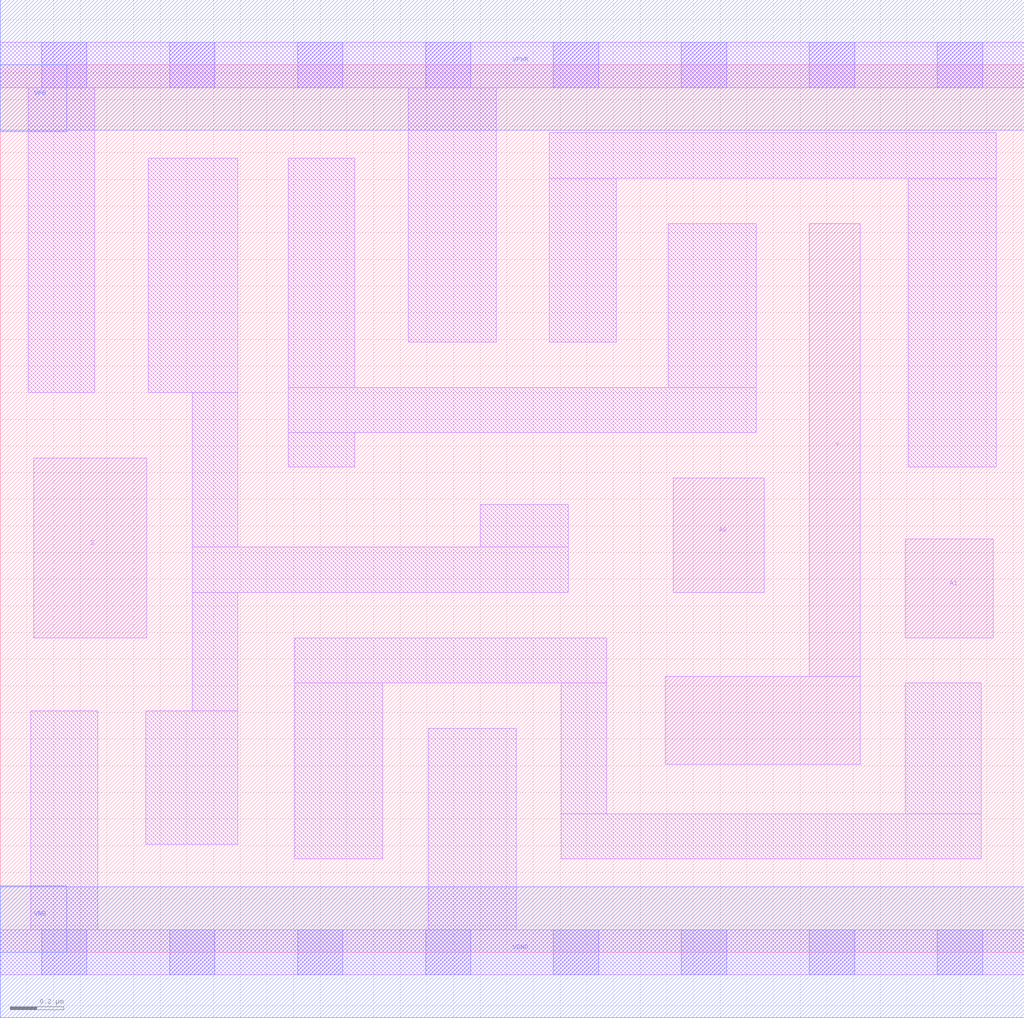
<source format=lef>
# Copyright 2020 The SkyWater PDK Authors
#
# Licensed under the Apache License, Version 2.0 (the "License");
# you may not use this file except in compliance with the License.
# You may obtain a copy of the License at
#
#     https://www.apache.org/licenses/LICENSE-2.0
#
# Unless required by applicable law or agreed to in writing, software
# distributed under the License is distributed on an "AS IS" BASIS,
# WITHOUT WARRANTIES OR CONDITIONS OF ANY KIND, either express or implied.
# See the License for the specific language governing permissions and
# limitations under the License.
#
# SPDX-License-Identifier: Apache-2.0

VERSION 5.5 ;
NAMESCASESENSITIVE ON ;
BUSBITCHARS "[]" ;
DIVIDERCHAR "/" ;
MACRO sky130_fd_sc_ms__mux2i_1
  CLASS CORE ;
  SOURCE USER ;
  ORIGIN  0.000000  0.000000 ;
  SIZE  3.840000 BY  3.330000 ;
  SYMMETRY X Y ;
  SITE unit ;
  PIN A0
    ANTENNAGATEAREA  0.279000 ;
    DIRECTION INPUT ;
    USE SIGNAL ;
    PORT
      LAYER li1 ;
        RECT 2.525000 1.350000 2.865000 1.780000 ;
    END
  END A0
  PIN A1
    ANTENNAGATEAREA  0.279000 ;
    DIRECTION INPUT ;
    USE SIGNAL ;
    PORT
      LAYER li1 ;
        RECT 3.395000 1.180000 3.725000 1.550000 ;
    END
  END A1
  PIN S
    ANTENNAGATEAREA  0.488000 ;
    DIRECTION INPUT ;
    USE SIGNAL ;
    PORT
      LAYER li1 ;
        RECT 0.125000 1.180000 0.550000 1.855000 ;
    END
  END S
  PIN Y
    ANTENNADIFFAREA  0.857700 ;
    DIRECTION OUTPUT ;
    USE SIGNAL ;
    PORT
      LAYER li1 ;
        RECT 2.495000 0.705000 3.225000 1.035000 ;
        RECT 3.035000 1.035000 3.225000 2.735000 ;
    END
  END Y
  PIN VGND
    DIRECTION INOUT ;
    USE GROUND ;
    PORT
      LAYER met1 ;
        RECT 0.000000 -0.245000 3.840000 0.245000 ;
    END
  END VGND
  PIN VNB
    DIRECTION INOUT ;
    USE GROUND ;
    PORT
      LAYER met1 ;
        RECT 0.000000 0.000000 0.250000 0.250000 ;
    END
  END VNB
  PIN VPB
    DIRECTION INOUT ;
    USE POWER ;
    PORT
      LAYER met1 ;
        RECT 0.000000 3.080000 0.250000 3.330000 ;
    END
  END VPB
  PIN VPWR
    DIRECTION INOUT ;
    USE POWER ;
    PORT
      LAYER met1 ;
        RECT 0.000000 3.085000 3.840000 3.575000 ;
    END
  END VPWR
  OBS
    LAYER li1 ;
      RECT 0.000000 -0.085000 3.840000 0.085000 ;
      RECT 0.000000  3.245000 3.840000 3.415000 ;
      RECT 0.105000  2.100000 0.355000 3.245000 ;
      RECT 0.115000  0.085000 0.365000 0.905000 ;
      RECT 0.545000  0.405000 0.890000 0.905000 ;
      RECT 0.555000  2.100000 0.890000 2.980000 ;
      RECT 0.720000  0.905000 0.890000 1.350000 ;
      RECT 0.720000  1.350000 2.130000 1.520000 ;
      RECT 0.720000  1.520000 0.890000 2.100000 ;
      RECT 1.080000  1.820000 1.330000 1.950000 ;
      RECT 1.080000  1.950000 2.835000 2.120000 ;
      RECT 1.080000  2.120000 1.330000 2.980000 ;
      RECT 1.105000  0.350000 1.435000 1.010000 ;
      RECT 1.105000  1.010000 2.275000 1.180000 ;
      RECT 1.530000  2.290000 1.860000 3.245000 ;
      RECT 1.605000  0.085000 1.935000 0.840000 ;
      RECT 1.800000  1.520000 2.130000 1.680000 ;
      RECT 2.060000  2.290000 2.310000 2.905000 ;
      RECT 2.060000  2.905000 3.735000 3.075000 ;
      RECT 2.105000  0.350000 3.680000 0.520000 ;
      RECT 2.105000  0.520000 2.275000 1.010000 ;
      RECT 2.505000  2.120000 2.835000 2.735000 ;
      RECT 3.395000  0.520000 3.680000 1.010000 ;
      RECT 3.405000  1.820000 3.735000 2.905000 ;
    LAYER mcon ;
      RECT 0.155000 -0.085000 0.325000 0.085000 ;
      RECT 0.155000  3.245000 0.325000 3.415000 ;
      RECT 0.635000 -0.085000 0.805000 0.085000 ;
      RECT 0.635000  3.245000 0.805000 3.415000 ;
      RECT 1.115000 -0.085000 1.285000 0.085000 ;
      RECT 1.115000  3.245000 1.285000 3.415000 ;
      RECT 1.595000 -0.085000 1.765000 0.085000 ;
      RECT 1.595000  3.245000 1.765000 3.415000 ;
      RECT 2.075000 -0.085000 2.245000 0.085000 ;
      RECT 2.075000  3.245000 2.245000 3.415000 ;
      RECT 2.555000 -0.085000 2.725000 0.085000 ;
      RECT 2.555000  3.245000 2.725000 3.415000 ;
      RECT 3.035000 -0.085000 3.205000 0.085000 ;
      RECT 3.035000  3.245000 3.205000 3.415000 ;
      RECT 3.515000 -0.085000 3.685000 0.085000 ;
      RECT 3.515000  3.245000 3.685000 3.415000 ;
  END
END sky130_fd_sc_ms__mux2i_1

</source>
